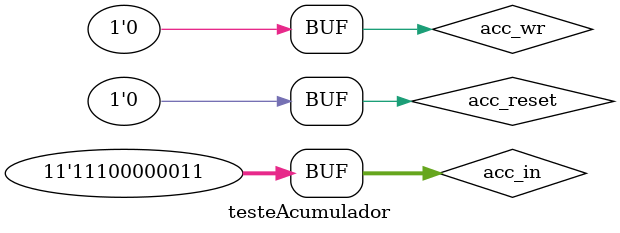
<source format=sv>
`timescale 1ns / 1ps

module testeAcumulador;

    logic [10:0] acc_in;
    logic acc_wr, acc_reset;
    logic clock;
    logic [10:0] acc_out;

    clock_generator GCLOCK(clock);

    acumulador ACC(
        .acc_in(acc_in), 
        .acc_wr(acc_wr), 
        .acc_reset(acc_reset), 
        .clock(clock), 
        .acc_out(acc_out)
    );

    initial
        begin
            acc_in = 11'b00000110010; 
            acc_wr=1'b0; 
            acc_reset=1'b1;
            #2	acc_reset=1'b0;
                acc_wr=1'b1;
            #2	acc_wr=1'b0;
            #2	acc_reset=1'b1;
            #2	acc_reset=1'b0;
            #2	acc_in = 11'b10110010010;
            #2	acc_wr=1'b1;
            #2	acc_wr=1'b0;
            #2	acc_reset=1'b1;
            #2	acc_reset=1'b0;
            #2 acc_in = 11'b11100000011;	
        end
endmodule 
</source>
